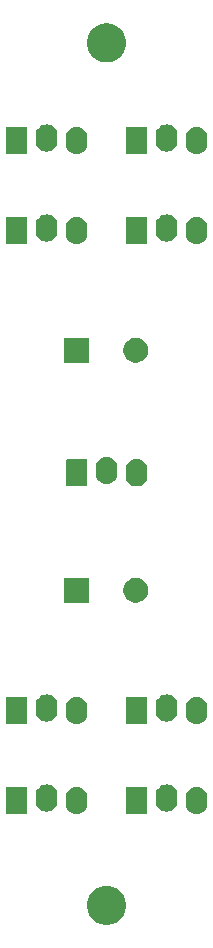
<source format=gbr>
G04 #@! TF.GenerationSoftware,KiCad,Pcbnew,(5.1.5-0-10_14)*
G04 #@! TF.CreationDate,2020-11-05T18:46:50+01:00*
G04 #@! TF.ProjectId,vm000-powerdist,766d3030-302d-4706-9f77-657264697374,rev?*
G04 #@! TF.SameCoordinates,Original*
G04 #@! TF.FileFunction,Soldermask,Bot*
G04 #@! TF.FilePolarity,Negative*
%FSLAX46Y46*%
G04 Gerber Fmt 4.6, Leading zero omitted, Abs format (unit mm)*
G04 Created by KiCad (PCBNEW (5.1.5-0-10_14)) date 2020-11-05 18:46:50*
%MOMM*%
%LPD*%
G04 APERTURE LIST*
%ADD10C,0.100000*%
G04 APERTURE END LIST*
D10*
G36*
X162935256Y-124121298D02*
G01*
X163041579Y-124142447D01*
X163342042Y-124266903D01*
X163612451Y-124447585D01*
X163842415Y-124677549D01*
X164023097Y-124947958D01*
X164147553Y-125248421D01*
X164211000Y-125567391D01*
X164211000Y-125892609D01*
X164147553Y-126211579D01*
X164023097Y-126512042D01*
X163842415Y-126782451D01*
X163612451Y-127012415D01*
X163342042Y-127193097D01*
X163041579Y-127317553D01*
X162935256Y-127338702D01*
X162722611Y-127381000D01*
X162397389Y-127381000D01*
X162184744Y-127338702D01*
X162078421Y-127317553D01*
X161777958Y-127193097D01*
X161507549Y-127012415D01*
X161277585Y-126782451D01*
X161096903Y-126512042D01*
X160972447Y-126211579D01*
X160909000Y-125892609D01*
X160909000Y-125567391D01*
X160972447Y-125248421D01*
X161096903Y-124947958D01*
X161277585Y-124677549D01*
X161507549Y-124447585D01*
X161777958Y-124266903D01*
X162078421Y-124142447D01*
X162184744Y-124121298D01*
X162397389Y-124079000D01*
X162722611Y-124079000D01*
X162935256Y-124121298D01*
G37*
G36*
X160200547Y-115702326D02*
G01*
X160374156Y-115754990D01*
X160374158Y-115754991D01*
X160534155Y-115840511D01*
X160674397Y-115955603D01*
X160753729Y-116052271D01*
X160789489Y-116095844D01*
X160875010Y-116255843D01*
X160927674Y-116429452D01*
X160941000Y-116564756D01*
X160941000Y-117115243D01*
X160927674Y-117250548D01*
X160875010Y-117424157D01*
X160789489Y-117584156D01*
X160753729Y-117627729D01*
X160674397Y-117724397D01*
X160587810Y-117795456D01*
X160534156Y-117839489D01*
X160374157Y-117925010D01*
X160200548Y-117977674D01*
X160020000Y-117995456D01*
X159839453Y-117977674D01*
X159665844Y-117925010D01*
X159505845Y-117839489D01*
X159452191Y-117795456D01*
X159365604Y-117724397D01*
X159250513Y-117584157D01*
X159250512Y-117584155D01*
X159164990Y-117424157D01*
X159112326Y-117250548D01*
X159099000Y-117115244D01*
X159099000Y-116564757D01*
X159112326Y-116429453D01*
X159164990Y-116255844D01*
X159250511Y-116095845D01*
X159283339Y-116055844D01*
X159365603Y-115955603D01*
X159491388Y-115852375D01*
X159505844Y-115840511D01*
X159665843Y-115754990D01*
X159839452Y-115702326D01*
X160020000Y-115684544D01*
X160200547Y-115702326D01*
G37*
G36*
X170360547Y-115702326D02*
G01*
X170534156Y-115754990D01*
X170534158Y-115754991D01*
X170694155Y-115840511D01*
X170834397Y-115955603D01*
X170913729Y-116052271D01*
X170949489Y-116095844D01*
X171035010Y-116255843D01*
X171087674Y-116429452D01*
X171101000Y-116564756D01*
X171101000Y-117115243D01*
X171087674Y-117250548D01*
X171035010Y-117424157D01*
X170949489Y-117584156D01*
X170913729Y-117627729D01*
X170834397Y-117724397D01*
X170747810Y-117795456D01*
X170694156Y-117839489D01*
X170534157Y-117925010D01*
X170360548Y-117977674D01*
X170180000Y-117995456D01*
X169999453Y-117977674D01*
X169825844Y-117925010D01*
X169665845Y-117839489D01*
X169612191Y-117795456D01*
X169525604Y-117724397D01*
X169410513Y-117584157D01*
X169410512Y-117584155D01*
X169324990Y-117424157D01*
X169272326Y-117250548D01*
X169259000Y-117115244D01*
X169259000Y-116564757D01*
X169272326Y-116429453D01*
X169324990Y-116255844D01*
X169410511Y-116095845D01*
X169443339Y-116055844D01*
X169525603Y-115955603D01*
X169651388Y-115852375D01*
X169665844Y-115840511D01*
X169825843Y-115754990D01*
X169999452Y-115702326D01*
X170180000Y-115684544D01*
X170360547Y-115702326D01*
G37*
G36*
X165879561Y-115692966D02*
G01*
X165912383Y-115702923D01*
X165942632Y-115719092D01*
X165969148Y-115740852D01*
X165990908Y-115767368D01*
X166007077Y-115797617D01*
X166017034Y-115830439D01*
X166021000Y-115870713D01*
X166021000Y-117809287D01*
X166017034Y-117849561D01*
X166007077Y-117882383D01*
X165990908Y-117912632D01*
X165969148Y-117939148D01*
X165942632Y-117960908D01*
X165912383Y-117977077D01*
X165879561Y-117987034D01*
X165839287Y-117991000D01*
X164360713Y-117991000D01*
X164320439Y-117987034D01*
X164287617Y-117977077D01*
X164257368Y-117960908D01*
X164230852Y-117939148D01*
X164209092Y-117912632D01*
X164192923Y-117882383D01*
X164182966Y-117849561D01*
X164179000Y-117809287D01*
X164179000Y-115870713D01*
X164182966Y-115830439D01*
X164192923Y-115797617D01*
X164209092Y-115767368D01*
X164230852Y-115740852D01*
X164257368Y-115719092D01*
X164287617Y-115702923D01*
X164320439Y-115692966D01*
X164360713Y-115689000D01*
X165839287Y-115689000D01*
X165879561Y-115692966D01*
G37*
G36*
X155719561Y-115692966D02*
G01*
X155752383Y-115702923D01*
X155782632Y-115719092D01*
X155809148Y-115740852D01*
X155830908Y-115767368D01*
X155847077Y-115797617D01*
X155857034Y-115830439D01*
X155861000Y-115870713D01*
X155861000Y-117809287D01*
X155857034Y-117849561D01*
X155847077Y-117882383D01*
X155830908Y-117912632D01*
X155809148Y-117939148D01*
X155782632Y-117960908D01*
X155752383Y-117977077D01*
X155719561Y-117987034D01*
X155679287Y-117991000D01*
X154200713Y-117991000D01*
X154160439Y-117987034D01*
X154127617Y-117977077D01*
X154097368Y-117960908D01*
X154070852Y-117939148D01*
X154049092Y-117912632D01*
X154032923Y-117882383D01*
X154022966Y-117849561D01*
X154019000Y-117809287D01*
X154019000Y-115870713D01*
X154022966Y-115830439D01*
X154032923Y-115797617D01*
X154049092Y-115767368D01*
X154070852Y-115740852D01*
X154097368Y-115719092D01*
X154127617Y-115702923D01*
X154160439Y-115692966D01*
X154200713Y-115689000D01*
X155679287Y-115689000D01*
X155719561Y-115692966D01*
G37*
G36*
X157660547Y-115502326D02*
G01*
X157834156Y-115554990D01*
X157834158Y-115554991D01*
X157994155Y-115640511D01*
X158134397Y-115755603D01*
X158195812Y-115830439D01*
X158249489Y-115895844D01*
X158335010Y-116055843D01*
X158387674Y-116229452D01*
X158401000Y-116364756D01*
X158401000Y-116915243D01*
X158387674Y-117050548D01*
X158335010Y-117224157D01*
X158249489Y-117384156D01*
X158216661Y-117424157D01*
X158134397Y-117524397D01*
X158061579Y-117584156D01*
X157994156Y-117639489D01*
X157834157Y-117725010D01*
X157660548Y-117777674D01*
X157480000Y-117795456D01*
X157299453Y-117777674D01*
X157125844Y-117725010D01*
X156965845Y-117639489D01*
X156898422Y-117584156D01*
X156825604Y-117524397D01*
X156710513Y-117384157D01*
X156710512Y-117384155D01*
X156624990Y-117224157D01*
X156572326Y-117050548D01*
X156559000Y-116915244D01*
X156559000Y-116364757D01*
X156572326Y-116229453D01*
X156624990Y-116055844D01*
X156710511Y-115895845D01*
X156731136Y-115870713D01*
X156825603Y-115755603D01*
X156922271Y-115676271D01*
X156965844Y-115640511D01*
X157125843Y-115554990D01*
X157299452Y-115502326D01*
X157480000Y-115484544D01*
X157660547Y-115502326D01*
G37*
G36*
X167820547Y-115502326D02*
G01*
X167994156Y-115554990D01*
X167994158Y-115554991D01*
X168154155Y-115640511D01*
X168294397Y-115755603D01*
X168355812Y-115830439D01*
X168409489Y-115895844D01*
X168495010Y-116055843D01*
X168547674Y-116229452D01*
X168561000Y-116364756D01*
X168561000Y-116915243D01*
X168547674Y-117050548D01*
X168495010Y-117224157D01*
X168409489Y-117384156D01*
X168376661Y-117424157D01*
X168294397Y-117524397D01*
X168221579Y-117584156D01*
X168154156Y-117639489D01*
X167994157Y-117725010D01*
X167820548Y-117777674D01*
X167640000Y-117795456D01*
X167459453Y-117777674D01*
X167285844Y-117725010D01*
X167125845Y-117639489D01*
X167058422Y-117584156D01*
X166985604Y-117524397D01*
X166870513Y-117384157D01*
X166870512Y-117384155D01*
X166784990Y-117224157D01*
X166732326Y-117050548D01*
X166719000Y-116915244D01*
X166719000Y-116364757D01*
X166732326Y-116229453D01*
X166784990Y-116055844D01*
X166870511Y-115895845D01*
X166891136Y-115870713D01*
X166985603Y-115755603D01*
X167082271Y-115676271D01*
X167125844Y-115640511D01*
X167285843Y-115554990D01*
X167459452Y-115502326D01*
X167640000Y-115484544D01*
X167820547Y-115502326D01*
G37*
G36*
X160200547Y-108082326D02*
G01*
X160374156Y-108134990D01*
X160374158Y-108134991D01*
X160534155Y-108220511D01*
X160674397Y-108335603D01*
X160753729Y-108432271D01*
X160789489Y-108475844D01*
X160875010Y-108635843D01*
X160927674Y-108809452D01*
X160941000Y-108944756D01*
X160941000Y-109495243D01*
X160927674Y-109630548D01*
X160875010Y-109804157D01*
X160789489Y-109964156D01*
X160753729Y-110007729D01*
X160674397Y-110104397D01*
X160587810Y-110175456D01*
X160534156Y-110219489D01*
X160374157Y-110305010D01*
X160200548Y-110357674D01*
X160020000Y-110375456D01*
X159839453Y-110357674D01*
X159665844Y-110305010D01*
X159505845Y-110219489D01*
X159452191Y-110175456D01*
X159365604Y-110104397D01*
X159250513Y-109964157D01*
X159250512Y-109964155D01*
X159164990Y-109804157D01*
X159112326Y-109630548D01*
X159099000Y-109495244D01*
X159099000Y-108944757D01*
X159112326Y-108809453D01*
X159164990Y-108635844D01*
X159250511Y-108475845D01*
X159283339Y-108435844D01*
X159365603Y-108335603D01*
X159491388Y-108232375D01*
X159505844Y-108220511D01*
X159665843Y-108134990D01*
X159839452Y-108082326D01*
X160020000Y-108064544D01*
X160200547Y-108082326D01*
G37*
G36*
X170360547Y-108082326D02*
G01*
X170534156Y-108134990D01*
X170534158Y-108134991D01*
X170694155Y-108220511D01*
X170834397Y-108335603D01*
X170913729Y-108432271D01*
X170949489Y-108475844D01*
X171035010Y-108635843D01*
X171087674Y-108809452D01*
X171101000Y-108944756D01*
X171101000Y-109495243D01*
X171087674Y-109630548D01*
X171035010Y-109804157D01*
X170949489Y-109964156D01*
X170913729Y-110007729D01*
X170834397Y-110104397D01*
X170747810Y-110175456D01*
X170694156Y-110219489D01*
X170534157Y-110305010D01*
X170360548Y-110357674D01*
X170180000Y-110375456D01*
X169999453Y-110357674D01*
X169825844Y-110305010D01*
X169665845Y-110219489D01*
X169612191Y-110175456D01*
X169525604Y-110104397D01*
X169410513Y-109964157D01*
X169410512Y-109964155D01*
X169324990Y-109804157D01*
X169272326Y-109630548D01*
X169259000Y-109495244D01*
X169259000Y-108944757D01*
X169272326Y-108809453D01*
X169324990Y-108635844D01*
X169410511Y-108475845D01*
X169443339Y-108435844D01*
X169525603Y-108335603D01*
X169651388Y-108232375D01*
X169665844Y-108220511D01*
X169825843Y-108134990D01*
X169999452Y-108082326D01*
X170180000Y-108064544D01*
X170360547Y-108082326D01*
G37*
G36*
X155719561Y-108072966D02*
G01*
X155752383Y-108082923D01*
X155782632Y-108099092D01*
X155809148Y-108120852D01*
X155830908Y-108147368D01*
X155847077Y-108177617D01*
X155857034Y-108210439D01*
X155861000Y-108250713D01*
X155861000Y-110189287D01*
X155857034Y-110229561D01*
X155847077Y-110262383D01*
X155830908Y-110292632D01*
X155809148Y-110319148D01*
X155782632Y-110340908D01*
X155752383Y-110357077D01*
X155719561Y-110367034D01*
X155679287Y-110371000D01*
X154200713Y-110371000D01*
X154160439Y-110367034D01*
X154127617Y-110357077D01*
X154097368Y-110340908D01*
X154070852Y-110319148D01*
X154049092Y-110292632D01*
X154032923Y-110262383D01*
X154022966Y-110229561D01*
X154019000Y-110189287D01*
X154019000Y-108250713D01*
X154022966Y-108210439D01*
X154032923Y-108177617D01*
X154049092Y-108147368D01*
X154070852Y-108120852D01*
X154097368Y-108099092D01*
X154127617Y-108082923D01*
X154160439Y-108072966D01*
X154200713Y-108069000D01*
X155679287Y-108069000D01*
X155719561Y-108072966D01*
G37*
G36*
X165879561Y-108072966D02*
G01*
X165912383Y-108082923D01*
X165942632Y-108099092D01*
X165969148Y-108120852D01*
X165990908Y-108147368D01*
X166007077Y-108177617D01*
X166017034Y-108210439D01*
X166021000Y-108250713D01*
X166021000Y-110189287D01*
X166017034Y-110229561D01*
X166007077Y-110262383D01*
X165990908Y-110292632D01*
X165969148Y-110319148D01*
X165942632Y-110340908D01*
X165912383Y-110357077D01*
X165879561Y-110367034D01*
X165839287Y-110371000D01*
X164360713Y-110371000D01*
X164320439Y-110367034D01*
X164287617Y-110357077D01*
X164257368Y-110340908D01*
X164230852Y-110319148D01*
X164209092Y-110292632D01*
X164192923Y-110262383D01*
X164182966Y-110229561D01*
X164179000Y-110189287D01*
X164179000Y-108250713D01*
X164182966Y-108210439D01*
X164192923Y-108177617D01*
X164209092Y-108147368D01*
X164230852Y-108120852D01*
X164257368Y-108099092D01*
X164287617Y-108082923D01*
X164320439Y-108072966D01*
X164360713Y-108069000D01*
X165839287Y-108069000D01*
X165879561Y-108072966D01*
G37*
G36*
X157660547Y-107882326D02*
G01*
X157834156Y-107934990D01*
X157834158Y-107934991D01*
X157994155Y-108020511D01*
X158134397Y-108135603D01*
X158195812Y-108210439D01*
X158249489Y-108275844D01*
X158335010Y-108435843D01*
X158387674Y-108609452D01*
X158401000Y-108744756D01*
X158401000Y-109295243D01*
X158387674Y-109430548D01*
X158335010Y-109604157D01*
X158249489Y-109764156D01*
X158216661Y-109804157D01*
X158134397Y-109904397D01*
X158061579Y-109964156D01*
X157994156Y-110019489D01*
X157834157Y-110105010D01*
X157660548Y-110157674D01*
X157480000Y-110175456D01*
X157299453Y-110157674D01*
X157125844Y-110105010D01*
X156965845Y-110019489D01*
X156898422Y-109964156D01*
X156825604Y-109904397D01*
X156710513Y-109764157D01*
X156710512Y-109764155D01*
X156624990Y-109604157D01*
X156572326Y-109430548D01*
X156559000Y-109295244D01*
X156559000Y-108744757D01*
X156572326Y-108609453D01*
X156624990Y-108435844D01*
X156710511Y-108275845D01*
X156731136Y-108250713D01*
X156825603Y-108135603D01*
X156922271Y-108056271D01*
X156965844Y-108020511D01*
X157125843Y-107934990D01*
X157299452Y-107882326D01*
X157480000Y-107864544D01*
X157660547Y-107882326D01*
G37*
G36*
X167820547Y-107882326D02*
G01*
X167994156Y-107934990D01*
X167994158Y-107934991D01*
X168154155Y-108020511D01*
X168294397Y-108135603D01*
X168355812Y-108210439D01*
X168409489Y-108275844D01*
X168495010Y-108435843D01*
X168547674Y-108609452D01*
X168561000Y-108744756D01*
X168561000Y-109295243D01*
X168547674Y-109430548D01*
X168495010Y-109604157D01*
X168409489Y-109764156D01*
X168376661Y-109804157D01*
X168294397Y-109904397D01*
X168221579Y-109964156D01*
X168154156Y-110019489D01*
X167994157Y-110105010D01*
X167820548Y-110157674D01*
X167640000Y-110175456D01*
X167459453Y-110157674D01*
X167285844Y-110105010D01*
X167125845Y-110019489D01*
X167058422Y-109964156D01*
X166985604Y-109904397D01*
X166870513Y-109764157D01*
X166870512Y-109764155D01*
X166784990Y-109604157D01*
X166732326Y-109430548D01*
X166719000Y-109295244D01*
X166719000Y-108744757D01*
X166732326Y-108609453D01*
X166784990Y-108435844D01*
X166870511Y-108275845D01*
X166891136Y-108250713D01*
X166985603Y-108135603D01*
X167082271Y-108056271D01*
X167125844Y-108020511D01*
X167285843Y-107934990D01*
X167459452Y-107882326D01*
X167640000Y-107864544D01*
X167820547Y-107882326D01*
G37*
G36*
X165326564Y-98049389D02*
G01*
X165517833Y-98128615D01*
X165517835Y-98128616D01*
X165689973Y-98243635D01*
X165836365Y-98390027D01*
X165951385Y-98562167D01*
X166030611Y-98753436D01*
X166071000Y-98956484D01*
X166071000Y-99163516D01*
X166030611Y-99366564D01*
X165951385Y-99557833D01*
X165951384Y-99557835D01*
X165836365Y-99729973D01*
X165689973Y-99876365D01*
X165517835Y-99991384D01*
X165517834Y-99991385D01*
X165517833Y-99991385D01*
X165326564Y-100070611D01*
X165123516Y-100111000D01*
X164916484Y-100111000D01*
X164713436Y-100070611D01*
X164522167Y-99991385D01*
X164522166Y-99991385D01*
X164522165Y-99991384D01*
X164350027Y-99876365D01*
X164203635Y-99729973D01*
X164088616Y-99557835D01*
X164088615Y-99557833D01*
X164009389Y-99366564D01*
X163969000Y-99163516D01*
X163969000Y-98956484D01*
X164009389Y-98753436D01*
X164088615Y-98562167D01*
X164203635Y-98390027D01*
X164350027Y-98243635D01*
X164522165Y-98128616D01*
X164522167Y-98128615D01*
X164713436Y-98049389D01*
X164916484Y-98009000D01*
X165123516Y-98009000D01*
X165326564Y-98049389D01*
G37*
G36*
X161071000Y-100111000D02*
G01*
X158969000Y-100111000D01*
X158969000Y-98009000D01*
X161071000Y-98009000D01*
X161071000Y-100111000D01*
G37*
G36*
X165280547Y-87962326D02*
G01*
X165454156Y-88014990D01*
X165454158Y-88014991D01*
X165614155Y-88100511D01*
X165754397Y-88215603D01*
X165833729Y-88312271D01*
X165869489Y-88355844D01*
X165955010Y-88515843D01*
X166007674Y-88689452D01*
X166021000Y-88824756D01*
X166021000Y-89375243D01*
X166007674Y-89510548D01*
X165955010Y-89684157D01*
X165869489Y-89844156D01*
X165833729Y-89887729D01*
X165754397Y-89984397D01*
X165667810Y-90055456D01*
X165614156Y-90099489D01*
X165454157Y-90185010D01*
X165280548Y-90237674D01*
X165100000Y-90255456D01*
X164919453Y-90237674D01*
X164745844Y-90185010D01*
X164585845Y-90099489D01*
X164532191Y-90055456D01*
X164445604Y-89984397D01*
X164330513Y-89844157D01*
X164330512Y-89844155D01*
X164244990Y-89684157D01*
X164192326Y-89510548D01*
X164179000Y-89375244D01*
X164179000Y-88824757D01*
X164192326Y-88689453D01*
X164244990Y-88515844D01*
X164330511Y-88355845D01*
X164363339Y-88315844D01*
X164445603Y-88215603D01*
X164571388Y-88112375D01*
X164585844Y-88100511D01*
X164745843Y-88014990D01*
X164919452Y-87962326D01*
X165100000Y-87944544D01*
X165280547Y-87962326D01*
G37*
G36*
X160799561Y-87952966D02*
G01*
X160832383Y-87962923D01*
X160862632Y-87979092D01*
X160889148Y-88000852D01*
X160910908Y-88027368D01*
X160927077Y-88057617D01*
X160937034Y-88090439D01*
X160941000Y-88130713D01*
X160941000Y-90069287D01*
X160937034Y-90109561D01*
X160927077Y-90142383D01*
X160910908Y-90172632D01*
X160889148Y-90199148D01*
X160862632Y-90220908D01*
X160832383Y-90237077D01*
X160799561Y-90247034D01*
X160759287Y-90251000D01*
X159280713Y-90251000D01*
X159240439Y-90247034D01*
X159207617Y-90237077D01*
X159177368Y-90220908D01*
X159150852Y-90199148D01*
X159129092Y-90172632D01*
X159112923Y-90142383D01*
X159102966Y-90109561D01*
X159099000Y-90069287D01*
X159099000Y-88130713D01*
X159102966Y-88090439D01*
X159112923Y-88057617D01*
X159129092Y-88027368D01*
X159150852Y-88000852D01*
X159177368Y-87979092D01*
X159207617Y-87962923D01*
X159240439Y-87952966D01*
X159280713Y-87949000D01*
X160759287Y-87949000D01*
X160799561Y-87952966D01*
G37*
G36*
X162740547Y-87762326D02*
G01*
X162914156Y-87814990D01*
X162914158Y-87814991D01*
X163074155Y-87900511D01*
X163214397Y-88015603D01*
X163275812Y-88090439D01*
X163329489Y-88155844D01*
X163415010Y-88315843D01*
X163467674Y-88489452D01*
X163481000Y-88624756D01*
X163481000Y-89175243D01*
X163467674Y-89310548D01*
X163415010Y-89484157D01*
X163329489Y-89644156D01*
X163296661Y-89684157D01*
X163214397Y-89784397D01*
X163141579Y-89844156D01*
X163074156Y-89899489D01*
X162914157Y-89985010D01*
X162740548Y-90037674D01*
X162560000Y-90055456D01*
X162379453Y-90037674D01*
X162205844Y-89985010D01*
X162045845Y-89899489D01*
X161978422Y-89844156D01*
X161905604Y-89784397D01*
X161790513Y-89644157D01*
X161790512Y-89644155D01*
X161704990Y-89484157D01*
X161652326Y-89310548D01*
X161639000Y-89175244D01*
X161639000Y-88624757D01*
X161652326Y-88489453D01*
X161704990Y-88315844D01*
X161790511Y-88155845D01*
X161811136Y-88130713D01*
X161905603Y-88015603D01*
X162002271Y-87936271D01*
X162045844Y-87900511D01*
X162205843Y-87814990D01*
X162379452Y-87762326D01*
X162560000Y-87744544D01*
X162740547Y-87762326D01*
G37*
G36*
X161071000Y-79791000D02*
G01*
X158969000Y-79791000D01*
X158969000Y-77689000D01*
X161071000Y-77689000D01*
X161071000Y-79791000D01*
G37*
G36*
X165326564Y-77729389D02*
G01*
X165517833Y-77808615D01*
X165517835Y-77808616D01*
X165689973Y-77923635D01*
X165836365Y-78070027D01*
X165951385Y-78242167D01*
X166030611Y-78433436D01*
X166071000Y-78636484D01*
X166071000Y-78843516D01*
X166030611Y-79046564D01*
X165951385Y-79237833D01*
X165951384Y-79237835D01*
X165836365Y-79409973D01*
X165689973Y-79556365D01*
X165517835Y-79671384D01*
X165517834Y-79671385D01*
X165517833Y-79671385D01*
X165326564Y-79750611D01*
X165123516Y-79791000D01*
X164916484Y-79791000D01*
X164713436Y-79750611D01*
X164522167Y-79671385D01*
X164522166Y-79671385D01*
X164522165Y-79671384D01*
X164350027Y-79556365D01*
X164203635Y-79409973D01*
X164088616Y-79237835D01*
X164088615Y-79237833D01*
X164009389Y-79046564D01*
X163969000Y-78843516D01*
X163969000Y-78636484D01*
X164009389Y-78433436D01*
X164088615Y-78242167D01*
X164203635Y-78070027D01*
X164350027Y-77923635D01*
X164522165Y-77808616D01*
X164522167Y-77808615D01*
X164713436Y-77729389D01*
X164916484Y-77689000D01*
X165123516Y-77689000D01*
X165326564Y-77729389D01*
G37*
G36*
X170360547Y-67442326D02*
G01*
X170534156Y-67494990D01*
X170534158Y-67494991D01*
X170694155Y-67580511D01*
X170834397Y-67695603D01*
X170913729Y-67792271D01*
X170949489Y-67835844D01*
X171035010Y-67995843D01*
X171087674Y-68169452D01*
X171101000Y-68304756D01*
X171101000Y-68855243D01*
X171087674Y-68990548D01*
X171035010Y-69164157D01*
X170949489Y-69324156D01*
X170913729Y-69367729D01*
X170834397Y-69464397D01*
X170747810Y-69535456D01*
X170694156Y-69579489D01*
X170534157Y-69665010D01*
X170360548Y-69717674D01*
X170180000Y-69735456D01*
X169999453Y-69717674D01*
X169825844Y-69665010D01*
X169665845Y-69579489D01*
X169612191Y-69535456D01*
X169525604Y-69464397D01*
X169410513Y-69324157D01*
X169410512Y-69324155D01*
X169324990Y-69164157D01*
X169272326Y-68990548D01*
X169259000Y-68855244D01*
X169259000Y-68304757D01*
X169272326Y-68169453D01*
X169324990Y-67995844D01*
X169410511Y-67835845D01*
X169443339Y-67795844D01*
X169525603Y-67695603D01*
X169651388Y-67592375D01*
X169665844Y-67580511D01*
X169825843Y-67494990D01*
X169999452Y-67442326D01*
X170180000Y-67424544D01*
X170360547Y-67442326D01*
G37*
G36*
X160200547Y-67442326D02*
G01*
X160374156Y-67494990D01*
X160374158Y-67494991D01*
X160534155Y-67580511D01*
X160674397Y-67695603D01*
X160753729Y-67792271D01*
X160789489Y-67835844D01*
X160875010Y-67995843D01*
X160927674Y-68169452D01*
X160941000Y-68304756D01*
X160941000Y-68855243D01*
X160927674Y-68990548D01*
X160875010Y-69164157D01*
X160789489Y-69324156D01*
X160753729Y-69367729D01*
X160674397Y-69464397D01*
X160587810Y-69535456D01*
X160534156Y-69579489D01*
X160374157Y-69665010D01*
X160200548Y-69717674D01*
X160020000Y-69735456D01*
X159839453Y-69717674D01*
X159665844Y-69665010D01*
X159505845Y-69579489D01*
X159452191Y-69535456D01*
X159365604Y-69464397D01*
X159250513Y-69324157D01*
X159250512Y-69324155D01*
X159164990Y-69164157D01*
X159112326Y-68990548D01*
X159099000Y-68855244D01*
X159099000Y-68304757D01*
X159112326Y-68169453D01*
X159164990Y-67995844D01*
X159250511Y-67835845D01*
X159283339Y-67795844D01*
X159365603Y-67695603D01*
X159491388Y-67592375D01*
X159505844Y-67580511D01*
X159665843Y-67494990D01*
X159839452Y-67442326D01*
X160020000Y-67424544D01*
X160200547Y-67442326D01*
G37*
G36*
X165879561Y-67432966D02*
G01*
X165912383Y-67442923D01*
X165942632Y-67459092D01*
X165969148Y-67480852D01*
X165990908Y-67507368D01*
X166007077Y-67537617D01*
X166017034Y-67570439D01*
X166021000Y-67610713D01*
X166021000Y-69549287D01*
X166017034Y-69589561D01*
X166007077Y-69622383D01*
X165990908Y-69652632D01*
X165969148Y-69679148D01*
X165942632Y-69700908D01*
X165912383Y-69717077D01*
X165879561Y-69727034D01*
X165839287Y-69731000D01*
X164360713Y-69731000D01*
X164320439Y-69727034D01*
X164287617Y-69717077D01*
X164257368Y-69700908D01*
X164230852Y-69679148D01*
X164209092Y-69652632D01*
X164192923Y-69622383D01*
X164182966Y-69589561D01*
X164179000Y-69549287D01*
X164179000Y-67610713D01*
X164182966Y-67570439D01*
X164192923Y-67537617D01*
X164209092Y-67507368D01*
X164230852Y-67480852D01*
X164257368Y-67459092D01*
X164287617Y-67442923D01*
X164320439Y-67432966D01*
X164360713Y-67429000D01*
X165839287Y-67429000D01*
X165879561Y-67432966D01*
G37*
G36*
X155719561Y-67432966D02*
G01*
X155752383Y-67442923D01*
X155782632Y-67459092D01*
X155809148Y-67480852D01*
X155830908Y-67507368D01*
X155847077Y-67537617D01*
X155857034Y-67570439D01*
X155861000Y-67610713D01*
X155861000Y-69549287D01*
X155857034Y-69589561D01*
X155847077Y-69622383D01*
X155830908Y-69652632D01*
X155809148Y-69679148D01*
X155782632Y-69700908D01*
X155752383Y-69717077D01*
X155719561Y-69727034D01*
X155679287Y-69731000D01*
X154200713Y-69731000D01*
X154160439Y-69727034D01*
X154127617Y-69717077D01*
X154097368Y-69700908D01*
X154070852Y-69679148D01*
X154049092Y-69652632D01*
X154032923Y-69622383D01*
X154022966Y-69589561D01*
X154019000Y-69549287D01*
X154019000Y-67610713D01*
X154022966Y-67570439D01*
X154032923Y-67537617D01*
X154049092Y-67507368D01*
X154070852Y-67480852D01*
X154097368Y-67459092D01*
X154127617Y-67442923D01*
X154160439Y-67432966D01*
X154200713Y-67429000D01*
X155679287Y-67429000D01*
X155719561Y-67432966D01*
G37*
G36*
X167820547Y-67242326D02*
G01*
X167994156Y-67294990D01*
X167994158Y-67294991D01*
X168154155Y-67380511D01*
X168294397Y-67495603D01*
X168355812Y-67570439D01*
X168409489Y-67635844D01*
X168495010Y-67795843D01*
X168547674Y-67969452D01*
X168561000Y-68104756D01*
X168561000Y-68655243D01*
X168547674Y-68790548D01*
X168495010Y-68964157D01*
X168409489Y-69124156D01*
X168376661Y-69164157D01*
X168294397Y-69264397D01*
X168221579Y-69324156D01*
X168154156Y-69379489D01*
X167994157Y-69465010D01*
X167820548Y-69517674D01*
X167640000Y-69535456D01*
X167459453Y-69517674D01*
X167285844Y-69465010D01*
X167125845Y-69379489D01*
X167058422Y-69324156D01*
X166985604Y-69264397D01*
X166870513Y-69124157D01*
X166870512Y-69124155D01*
X166784990Y-68964157D01*
X166732326Y-68790548D01*
X166719000Y-68655244D01*
X166719000Y-68104757D01*
X166732326Y-67969453D01*
X166784990Y-67795844D01*
X166870511Y-67635845D01*
X166891136Y-67610713D01*
X166985603Y-67495603D01*
X167082271Y-67416271D01*
X167125844Y-67380511D01*
X167285843Y-67294990D01*
X167459452Y-67242326D01*
X167640000Y-67224544D01*
X167820547Y-67242326D01*
G37*
G36*
X157660547Y-67242326D02*
G01*
X157834156Y-67294990D01*
X157834158Y-67294991D01*
X157994155Y-67380511D01*
X158134397Y-67495603D01*
X158195812Y-67570439D01*
X158249489Y-67635844D01*
X158335010Y-67795843D01*
X158387674Y-67969452D01*
X158401000Y-68104756D01*
X158401000Y-68655243D01*
X158387674Y-68790548D01*
X158335010Y-68964157D01*
X158249489Y-69124156D01*
X158216661Y-69164157D01*
X158134397Y-69264397D01*
X158061579Y-69324156D01*
X157994156Y-69379489D01*
X157834157Y-69465010D01*
X157660548Y-69517674D01*
X157480000Y-69535456D01*
X157299453Y-69517674D01*
X157125844Y-69465010D01*
X156965845Y-69379489D01*
X156898422Y-69324156D01*
X156825604Y-69264397D01*
X156710513Y-69124157D01*
X156710512Y-69124155D01*
X156624990Y-68964157D01*
X156572326Y-68790548D01*
X156559000Y-68655244D01*
X156559000Y-68104757D01*
X156572326Y-67969453D01*
X156624990Y-67795844D01*
X156710511Y-67635845D01*
X156731136Y-67610713D01*
X156825603Y-67495603D01*
X156922271Y-67416271D01*
X156965844Y-67380511D01*
X157125843Y-67294990D01*
X157299452Y-67242326D01*
X157480000Y-67224544D01*
X157660547Y-67242326D01*
G37*
G36*
X170360547Y-59822326D02*
G01*
X170534156Y-59874990D01*
X170534158Y-59874991D01*
X170694155Y-59960511D01*
X170834397Y-60075603D01*
X170913729Y-60172271D01*
X170949489Y-60215844D01*
X171035010Y-60375843D01*
X171087674Y-60549452D01*
X171101000Y-60684756D01*
X171101000Y-61235243D01*
X171087674Y-61370548D01*
X171035010Y-61544157D01*
X170949489Y-61704156D01*
X170913729Y-61747729D01*
X170834397Y-61844397D01*
X170747810Y-61915456D01*
X170694156Y-61959489D01*
X170534157Y-62045010D01*
X170360548Y-62097674D01*
X170180000Y-62115456D01*
X169999453Y-62097674D01*
X169825844Y-62045010D01*
X169665845Y-61959489D01*
X169612191Y-61915456D01*
X169525604Y-61844397D01*
X169410513Y-61704157D01*
X169410512Y-61704155D01*
X169324990Y-61544157D01*
X169272326Y-61370548D01*
X169259000Y-61235244D01*
X169259000Y-60684757D01*
X169272326Y-60549453D01*
X169324990Y-60375844D01*
X169410511Y-60215845D01*
X169443339Y-60175844D01*
X169525603Y-60075603D01*
X169651388Y-59972375D01*
X169665844Y-59960511D01*
X169825843Y-59874990D01*
X169999452Y-59822326D01*
X170180000Y-59804544D01*
X170360547Y-59822326D01*
G37*
G36*
X160200547Y-59822326D02*
G01*
X160374156Y-59874990D01*
X160374158Y-59874991D01*
X160534155Y-59960511D01*
X160674397Y-60075603D01*
X160753729Y-60172271D01*
X160789489Y-60215844D01*
X160875010Y-60375843D01*
X160927674Y-60549452D01*
X160941000Y-60684756D01*
X160941000Y-61235243D01*
X160927674Y-61370548D01*
X160875010Y-61544157D01*
X160789489Y-61704156D01*
X160753729Y-61747729D01*
X160674397Y-61844397D01*
X160587810Y-61915456D01*
X160534156Y-61959489D01*
X160374157Y-62045010D01*
X160200548Y-62097674D01*
X160020000Y-62115456D01*
X159839453Y-62097674D01*
X159665844Y-62045010D01*
X159505845Y-61959489D01*
X159452191Y-61915456D01*
X159365604Y-61844397D01*
X159250513Y-61704157D01*
X159250512Y-61704155D01*
X159164990Y-61544157D01*
X159112326Y-61370548D01*
X159099000Y-61235244D01*
X159099000Y-60684757D01*
X159112326Y-60549453D01*
X159164990Y-60375844D01*
X159250511Y-60215845D01*
X159283339Y-60175844D01*
X159365603Y-60075603D01*
X159491388Y-59972375D01*
X159505844Y-59960511D01*
X159665843Y-59874990D01*
X159839452Y-59822326D01*
X160020000Y-59804544D01*
X160200547Y-59822326D01*
G37*
G36*
X155719561Y-59812966D02*
G01*
X155752383Y-59822923D01*
X155782632Y-59839092D01*
X155809148Y-59860852D01*
X155830908Y-59887368D01*
X155847077Y-59917617D01*
X155857034Y-59950439D01*
X155861000Y-59990713D01*
X155861000Y-61929287D01*
X155857034Y-61969561D01*
X155847077Y-62002383D01*
X155830908Y-62032632D01*
X155809148Y-62059148D01*
X155782632Y-62080908D01*
X155752383Y-62097077D01*
X155719561Y-62107034D01*
X155679287Y-62111000D01*
X154200713Y-62111000D01*
X154160439Y-62107034D01*
X154127617Y-62097077D01*
X154097368Y-62080908D01*
X154070852Y-62059148D01*
X154049092Y-62032632D01*
X154032923Y-62002383D01*
X154022966Y-61969561D01*
X154019000Y-61929287D01*
X154019000Y-59990713D01*
X154022966Y-59950439D01*
X154032923Y-59917617D01*
X154049092Y-59887368D01*
X154070852Y-59860852D01*
X154097368Y-59839092D01*
X154127617Y-59822923D01*
X154160439Y-59812966D01*
X154200713Y-59809000D01*
X155679287Y-59809000D01*
X155719561Y-59812966D01*
G37*
G36*
X165879561Y-59812966D02*
G01*
X165912383Y-59822923D01*
X165942632Y-59839092D01*
X165969148Y-59860852D01*
X165990908Y-59887368D01*
X166007077Y-59917617D01*
X166017034Y-59950439D01*
X166021000Y-59990713D01*
X166021000Y-61929287D01*
X166017034Y-61969561D01*
X166007077Y-62002383D01*
X165990908Y-62032632D01*
X165969148Y-62059148D01*
X165942632Y-62080908D01*
X165912383Y-62097077D01*
X165879561Y-62107034D01*
X165839287Y-62111000D01*
X164360713Y-62111000D01*
X164320439Y-62107034D01*
X164287617Y-62097077D01*
X164257368Y-62080908D01*
X164230852Y-62059148D01*
X164209092Y-62032632D01*
X164192923Y-62002383D01*
X164182966Y-61969561D01*
X164179000Y-61929287D01*
X164179000Y-59990713D01*
X164182966Y-59950439D01*
X164192923Y-59917617D01*
X164209092Y-59887368D01*
X164230852Y-59860852D01*
X164257368Y-59839092D01*
X164287617Y-59822923D01*
X164320439Y-59812966D01*
X164360713Y-59809000D01*
X165839287Y-59809000D01*
X165879561Y-59812966D01*
G37*
G36*
X167820547Y-59622326D02*
G01*
X167994156Y-59674990D01*
X167994158Y-59674991D01*
X168154155Y-59760511D01*
X168294397Y-59875603D01*
X168355812Y-59950439D01*
X168409489Y-60015844D01*
X168495010Y-60175843D01*
X168547674Y-60349452D01*
X168561000Y-60484756D01*
X168561000Y-61035243D01*
X168547674Y-61170548D01*
X168495010Y-61344157D01*
X168409489Y-61504156D01*
X168376661Y-61544157D01*
X168294397Y-61644397D01*
X168221579Y-61704156D01*
X168154156Y-61759489D01*
X167994157Y-61845010D01*
X167820548Y-61897674D01*
X167640000Y-61915456D01*
X167459453Y-61897674D01*
X167285844Y-61845010D01*
X167125845Y-61759489D01*
X167058422Y-61704156D01*
X166985604Y-61644397D01*
X166870513Y-61504157D01*
X166870512Y-61504155D01*
X166784990Y-61344157D01*
X166732326Y-61170548D01*
X166719000Y-61035244D01*
X166719000Y-60484757D01*
X166732326Y-60349453D01*
X166784990Y-60175844D01*
X166870511Y-60015845D01*
X166891136Y-59990713D01*
X166985603Y-59875603D01*
X167082271Y-59796271D01*
X167125844Y-59760511D01*
X167285843Y-59674990D01*
X167459452Y-59622326D01*
X167640000Y-59604544D01*
X167820547Y-59622326D01*
G37*
G36*
X157660547Y-59622326D02*
G01*
X157834156Y-59674990D01*
X157834158Y-59674991D01*
X157994155Y-59760511D01*
X158134397Y-59875603D01*
X158195812Y-59950439D01*
X158249489Y-60015844D01*
X158335010Y-60175843D01*
X158387674Y-60349452D01*
X158401000Y-60484756D01*
X158401000Y-61035243D01*
X158387674Y-61170548D01*
X158335010Y-61344157D01*
X158249489Y-61504156D01*
X158216661Y-61544157D01*
X158134397Y-61644397D01*
X158061579Y-61704156D01*
X157994156Y-61759489D01*
X157834157Y-61845010D01*
X157660548Y-61897674D01*
X157480000Y-61915456D01*
X157299453Y-61897674D01*
X157125844Y-61845010D01*
X156965845Y-61759489D01*
X156898422Y-61704156D01*
X156825604Y-61644397D01*
X156710513Y-61504157D01*
X156710512Y-61504155D01*
X156624990Y-61344157D01*
X156572326Y-61170548D01*
X156559000Y-61035244D01*
X156559000Y-60484757D01*
X156572326Y-60349453D01*
X156624990Y-60175844D01*
X156710511Y-60015845D01*
X156731136Y-59990713D01*
X156825603Y-59875603D01*
X156922271Y-59796271D01*
X156965844Y-59760511D01*
X157125843Y-59674990D01*
X157299452Y-59622326D01*
X157480000Y-59604544D01*
X157660547Y-59622326D01*
G37*
G36*
X162935256Y-51096298D02*
G01*
X163041579Y-51117447D01*
X163342042Y-51241903D01*
X163612451Y-51422585D01*
X163842415Y-51652549D01*
X164023097Y-51922958D01*
X164147553Y-52223421D01*
X164211000Y-52542391D01*
X164211000Y-52867609D01*
X164147553Y-53186579D01*
X164023097Y-53487042D01*
X163842415Y-53757451D01*
X163612451Y-53987415D01*
X163342042Y-54168097D01*
X163041579Y-54292553D01*
X162935256Y-54313702D01*
X162722611Y-54356000D01*
X162397389Y-54356000D01*
X162184744Y-54313702D01*
X162078421Y-54292553D01*
X161777958Y-54168097D01*
X161507549Y-53987415D01*
X161277585Y-53757451D01*
X161096903Y-53487042D01*
X160972447Y-53186579D01*
X160909000Y-52867609D01*
X160909000Y-52542391D01*
X160972447Y-52223421D01*
X161096903Y-51922958D01*
X161277585Y-51652549D01*
X161507549Y-51422585D01*
X161777958Y-51241903D01*
X162078421Y-51117447D01*
X162184744Y-51096298D01*
X162397389Y-51054000D01*
X162722611Y-51054000D01*
X162935256Y-51096298D01*
G37*
M02*

</source>
